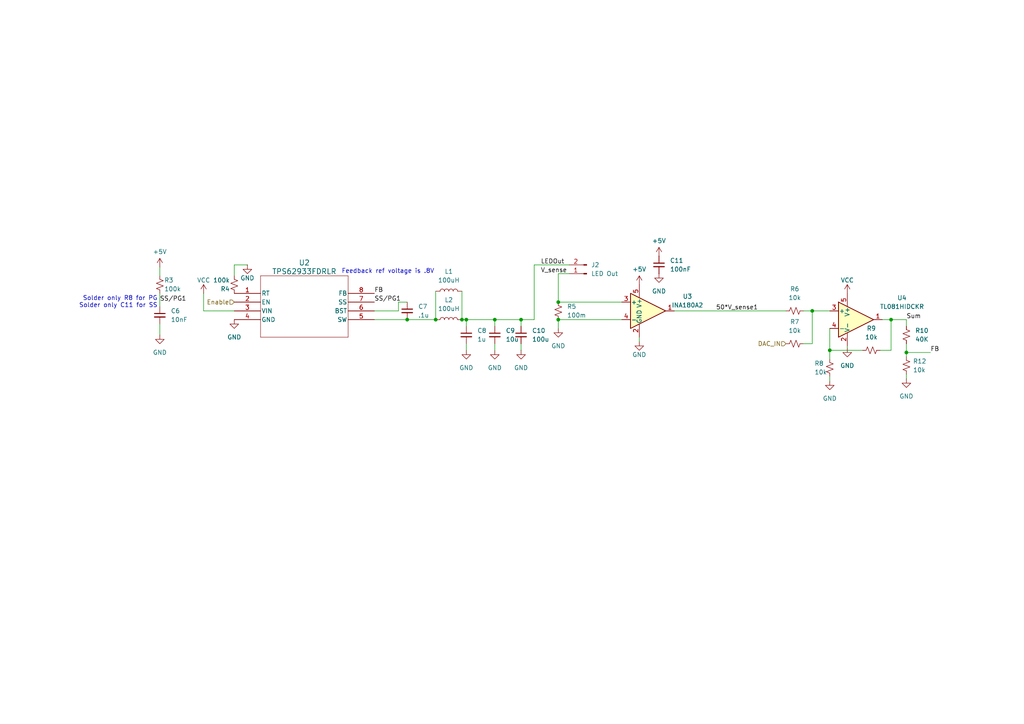
<source format=kicad_sch>
(kicad_sch (version 20231120) (generator "eeschema") (generator_version "8.0")
  (paper "A4")
  (lib_symbols
    (symbol "Amplifier_Current:INA180A2" (pin_names (offset 0.127))
      (property "Reference" "U" (at 3.81 3.81 0))
      (property "Value" "INA180A2" (at 3.81 -2.54 0))
      (symbol "INA180A2_0_1"
        (polyline (pts (xy 5.08 0) (xy -5.08 5.08) (xy -5.08 -5.08) (xy 5.08 0)) (stroke (width 0.254)) (fill (type background)))
      )
      (symbol "INA180A2_1_1"
        (pin output line (at 7.62 0 180) (length 2.54) (name "~") (number "1"))
        (pin power_in line (at -2.54 -7.62 90) (length 3.81) (name "GND") (number "2"))
        (pin input line (at -7.62 2.54 0) (length 2.54) (name "+") (number "3"))
        (pin input line (at -7.62 -2.54 0) (length 2.54) (name "-") (number "4"))
        (pin power_in line (at -2.54 7.62 270) (length 3.81) (name "V+") (number "5"))
      )
    )
    (symbol "Connector:Conn_01x02_Pin" (pin_names (offset 1.016) hide)
      (property "Reference" "J" (at 0 2.54 0))
      (property "Value" "Conn_01x02_Pin" (at 0 -5.08 0))
      (symbol "Conn_01x02_Pin_1_1"
        (polyline (pts (xy 1.27 -2.54) (xy 0.8636 -2.54)) (stroke (width 0.1524)))
        (polyline (pts (xy 1.27 0) (xy 0.8636 0)) (stroke (width 0.1524)))
        (rectangle (start 0.8636 -2.413) (end 0 -2.667) (stroke (width 0.1524)) (fill (type outline)))
        (rectangle (start 0.8636 0.127) (end 0 -0.127) (stroke (width 0.1524)) (fill (type outline)))
        (pin passive line (at 5.08 0 180) (length 3.81) (name "Pin_1") (number "1"))
        (pin passive line (at 5.08 -2.54 180) (length 3.81) (name "Pin_2") (number "2"))
      )
    )
    (symbol "CustomSymbols:TL081HIDCKR" (pin_names (offset 0.127))
      (property "Reference" "U" (at 0 5.08 0))
      (property "Value" "TL081HIDCKR" (at 0 -5.08 0))
      (symbol "TL081HIDCKR_0_1"
        (polyline (pts (xy -5.08 5.08) (xy 5.08 0) (xy -5.08 -5.08) (xy -5.08 5.08)) (stroke (width 0.254)) (fill (type background)))
        (pin power_in line (at -2.54 -7.62 90) (length 3.81) (name "V-") (number "2"))
        (pin power_in line (at -2.54 7.62 270) (length 3.81) (name "V+") (number "5"))
      )
      (symbol "TL081HIDCKR_1_1"
        (pin output line (at 7.62 0 180) (length 2.54) (name "") (number "1"))
        (pin input line (at -7.62 2.54 0) (length 2.54) (name "+") (number "3"))
        (pin input line (at -7.62 -2.54 0) (length 2.54) (name "-") (number "4"))
      )
    )
    (symbol "CustomSymbols:TPS62933FDRLR" (pin_names (offset 0.254))
      (property "Reference" "U" (at 20.32 10.16 0))
      (property "Value" "TPS62933FDRLR" (at 20.32 7.62 0))
      (symbol "TPS62933FDRLR_0_1"
        (polyline (pts (xy 7.62 -12.7) (xy 33.02 -12.7)) (stroke (width 0.127)))
        (polyline (pts (xy 7.62 5.08) (xy 7.62 -12.7)) (stroke (width 0.127)))
        (polyline (pts (xy 33.02 -12.7) (xy 33.02 5.08)) (stroke (width 0.127)))
        (polyline (pts (xy 33.02 5.08) (xy 7.62 5.08)) (stroke (width 0.127)))
        (pin unspecified line (at 0 0 0) (length 7.62) (name "RT") (number "1"))
        (pin unspecified line (at 0 -2.54 0) (length 7.62) (name "EN") (number "2"))
        (pin power_in line (at 0 -5.08 0) (length 7.62) (name "VIN") (number "3"))
        (pin power_out line (at 0 -7.62 0) (length 7.62) (name "GND") (number "4"))
        (pin power_in line (at 40.64 -7.62 180) (length 7.62) (name "SW") (number "5"))
        (pin power_in line (at 40.64 -5.08 180) (length 7.62) (name "BST") (number "6"))
        (pin unspecified line (at 40.64 -2.54 180) (length 7.62) (name "SS") (number "7"))
        (pin unspecified line (at 40.64 0 180) (length 7.62) (name "FB") (number "8"))
      )
    )
    (symbol "Device:C_Small" (pin_numbers hide) (pin_names (offset 0.254) hide)
      (property "Reference" "C" (at 0.254 1.778 0))
      (property "Value" "C_Small" (at 0.254 -2.032 0))
      (symbol "C_Small_0_1"
        (polyline (pts (xy -1.524 -0.508) (xy 1.524 -0.508)) (stroke (width 0.3302)))
        (polyline (pts (xy -1.524 0.508) (xy 1.524 0.508)) (stroke (width 0.3048)))
      )
      (symbol "C_Small_1_1"
        (pin passive line (at 0 2.54 270) (length 2.032) (name "~") (number "1"))
        (pin passive line (at 0 -2.54 90) (length 2.032) (name "~") (number "2"))
      )
    )
    (symbol "Device:L" (pin_numbers hide) (pin_names (offset 1.016) hide)
      (property "Reference" "L" (at -1.27 0 90))
      (property "Value" "L" (at 1.905 0 90))
      (symbol "L_0_1"
        (arc (start 0 -2.54) (mid 0.6323 -1.905) (end 0 -1.27))
        (arc (start 0 -1.27) (mid 0.6323 -0.635) (end 0 0))
        (arc (start 0 0) (mid 0.6323 0.635) (end 0 1.27))
        (arc (start 0 1.27) (mid 0.6323 1.905) (end 0 2.54))
      )
      (symbol "L_1_1"
        (pin passive line (at 0 3.81 270) (length 1.27) (name "1") (number "1"))
        (pin passive line (at 0 -3.81 90) (length 1.27) (name "2") (number "2"))
      )
    )
    (symbol "Device:R_Small_US" (pin_numbers hide) (pin_names (offset 0.254) hide)
      (property "Reference" "R" (at 0.762 0.508 0))
      (property "Value" "R_Small_US" (at 0.762 -1.016 0))
      (symbol "R_Small_US_1_1"
        (polyline (pts (xy 0 0) (xy 1.016 -0.381) (xy 0 -0.762) (xy -1.016 -1.143) (xy 0 -1.524)))
        (polyline (pts (xy 0 1.524) (xy 1.016 1.143) (xy 0 0.762) (xy -1.016 0.381) (xy 0 0)))
        (pin passive line (at 0 2.54 270) (length 1.016) (name "~") (number "1"))
        (pin passive line (at 0 -2.54 90) (length 1.016) (name "~") (number "2"))
      )
    )
    (symbol "power:+5V" (power) (pin_numbers hide) (pin_names (offset 0) hide)
      (property "Value" "+5V" (at 0 3.556 0))
      (symbol "+5V_0_1"
        (polyline (pts (xy -0.762 1.27) (xy 0 2.54)))
        (polyline (pts (xy 0 0) (xy 0 2.54)))
        (polyline (pts (xy 0 2.54) (xy 0.762 1.27)))
      )
      (symbol "+5V_1_1"
        (pin power_in line (at 0 0 90) (length 0) (name "~") (number "1"))
      )
    )
    (symbol "power:GND" (power) (pin_numbers hide) (pin_names (offset 0) hide)
      (property "Value" "GND" (at 0 -3.81 0))
      (symbol "GND_0_1"
        (polyline (pts (xy 0 0) (xy 0 -1.27) (xy 1.27 -1.27) (xy 0 -2.54) (xy -1.27 -1.27) (xy 0 -1.27)))
      )
      (symbol "GND_1_1"
        (pin power_in line (at 0 0 270) (length 0) (name "~") (number "1"))
      )
    )
    (symbol "power:VCC" (power) (pin_numbers hide) (pin_names (offset 0) hide)
      (property "Value" "VCC" (at 0 3.556 0))
      (symbol "VCC_0_1"
        (polyline (pts (xy -0.762 1.27) (xy 0 2.54)))
        (polyline (pts (xy 0 0) (xy 0 2.54)))
        (polyline (pts (xy 0 2.54) (xy 0.762 1.27)))
      )
      (symbol "VCC_1_1"
        (pin power_in line (at 0 0 90) (length 0) (name "~") (number "1"))
      )
    )
  )
  (junction (at 240.665 101.6))
  (junction (at 161.925 87.63))
  (junction (at 135.255 92.71))
  (junction (at 118.11 92.71))
  (junction (at 258.445 92.71))
  (junction (at 126.365 92.71))
  (junction (at 262.89 102.235))
  (junction (at 143.51 92.71))
  (junction (at 235.585 90.17))
  (junction (at 161.925 92.71))
  (junction (at 133.985 92.71))
  (junction (at 151.13 92.71))
  (wire (pts (xy 235.585 90.17) (xy 240.665 90.17)))
  (wire (pts (xy 46.355 85.09) (xy 46.355 88.9)))
  (wire (pts (xy 258.445 92.71) (xy 255.905 92.71)))
  (wire (pts (xy 262.89 109.855) (xy 262.89 108.585)))
  (wire (pts (xy 258.445 101.6) (xy 255.27 101.6)))
  (wire (pts (xy 133.985 84.455) (xy 133.985 92.71)))
  (wire (pts (xy 262.89 92.71) (xy 262.89 94.615)))
  (wire (pts (xy 115.57 87.63) (xy 118.11 87.63)))
  (wire (pts (xy 67.945 76.835) (xy 67.945 80.01)))
  (wire (pts (xy 143.51 94.615) (xy 143.51 92.71)))
  (wire (pts (xy 262.89 102.235) (xy 269.875 102.235)))
  (wire (pts (xy 161.925 95.25) (xy 161.925 92.71)))
  (wire (pts (xy 133.985 92.71) (xy 135.255 92.71)))
  (wire (pts (xy 195.58 90.17) (xy 227.965 90.17)))
  (wire (pts (xy 115.57 90.17) (xy 108.585 90.17)))
  (wire (pts (xy 240.665 101.6) (xy 240.665 104.14)))
  (wire (pts (xy 233.045 99.695) (xy 235.585 99.695)))
  (wire (pts (xy 135.255 101.6) (xy 135.255 99.695)))
  (wire (pts (xy 126.365 84.455) (xy 126.365 92.71)))
  (wire (pts (xy 185.42 99.06) (xy 185.42 97.79)))
  (wire (pts (xy 258.445 92.71) (xy 258.445 101.6)))
  (wire (pts (xy 161.925 79.375) (xy 165.1 79.375)))
  (wire (pts (xy 67.945 90.17) (xy 59.055 90.17)))
  (wire (pts (xy 46.355 77.47) (xy 46.355 80.01)))
  (wire (pts (xy 262.89 99.695) (xy 262.89 102.235)))
  (wire (pts (xy 151.13 94.615) (xy 151.13 92.71)))
  (wire (pts (xy 71.755 76.835) (xy 67.945 76.835)))
  (wire (pts (xy 154.94 76.835) (xy 165.1 76.835)))
  (wire (pts (xy 143.51 92.71) (xy 151.13 92.71)))
  (wire (pts (xy 161.925 92.71) (xy 180.34 92.71)))
  (wire (pts (xy 240.665 110.49) (xy 240.665 109.22)))
  (wire (pts (xy 46.355 93.98) (xy 46.355 97.155)))
  (wire (pts (xy 135.255 94.615) (xy 135.255 92.71)))
  (wire (pts (xy 161.925 87.63) (xy 180.34 87.63)))
  (wire (pts (xy 151.13 92.71) (xy 154.94 92.71)))
  (wire (pts (xy 235.585 99.695) (xy 235.585 90.17)))
  (wire (pts (xy 245.745 100.965) (xy 245.745 100.33)))
  (wire (pts (xy 108.585 92.71) (xy 118.11 92.71)))
  (wire (pts (xy 59.055 85.09) (xy 59.055 90.17)))
  (wire (pts (xy 118.11 92.71) (xy 126.365 92.71)))
  (wire (pts (xy 262.89 102.235) (xy 262.89 103.505)))
  (wire (pts (xy 135.255 92.71) (xy 143.51 92.71)))
  (wire (pts (xy 151.13 101.6) (xy 151.13 99.695)))
  (wire (pts (xy 115.57 87.63) (xy 115.57 90.17)))
  (wire (pts (xy 240.665 101.6) (xy 250.19 101.6)))
  (wire (pts (xy 143.51 101.6) (xy 143.51 99.695)))
  (wire (pts (xy 233.045 90.17) (xy 235.585 90.17)))
  (wire (pts (xy 154.94 76.835) (xy 154.94 92.71)))
  (wire (pts (xy 240.665 95.25) (xy 240.665 101.6)))
  (wire (pts (xy 258.445 92.71) (xy 262.89 92.71)))
  (wire (pts (xy 161.925 79.375) (xy 161.925 87.63)))
  (text "Feedback ref voltage is .8V" (at 99.06 78.74 0) (effects (font (size 1.27 1.27)) (justify left)))
  (text "Solder only R8 for PG\nSolder only C11 for SS" (at 45.72 87.63 0) (effects (font (size 1.27 1.27)) (justify right)))
  (label "FB" (at 108.585 85.09 0))
  (label "Sum" (at 262.89 92.71 0))
  (label "LEDOut" (at 156.845 76.835 0))
  (label "SS{slash}PG1" (at 108.585 87.63 0))
  (label "FB" (at 269.875 102.235 0))
  (label "50*V_sense1" (at 207.645 90.17 0))
  (label "V_sense" (at 164.465 79.375 180))
  (label "SS{slash}PG1" (at 46.355 87.63 0))
  (hierarchical_label "DAC_IN" (shape input) (at 227.965 99.695 180))
  (hierarchical_label "Enable" (shape input) (at 67.945 87.63 180))
  (symbol (lib_id "power:VCC") (at 59.055 85.09 0) (unit 1)
    (property "Reference" "#PWR012" (effects (hide yes)))
    (property "Value" "VCC" (at 59.055 81.28 0))
    (property "Description" "Power symbol creates a global label with name \"VCC\"" (effects (hide yes)))
    (instances (project "LightingBoard" (path "" (reference "#PWR012") (unit 1)) (path "" (reference "#PWR033") (unit 1)) (path "" (reference "#PWR064") (unit 1))))
  )
  (symbol (lib_id "Device:C_Small") (at 118.11 90.17 0) (unit 1)
    (property "Reference" "C7" (at 121.285 88.9063 0) (effects (justify left)))
    (property "Value" ".1u" (at 121.285 91.4463 0) (effects (justify left)))
    (property "Footprint" "Capacitor_SMD:C_0603_1608Metric" (effects (hide yes)))
    (property "Description" "Unpolarized capacitor, small symbol" (effects (hide yes)))
    (property "Cost" ".01" (effects (hide yes)))
    (instances (project "LightingBoard" (path "" (reference "C7") (unit 1)) (path "" (reference "C15") (unit 1)) (path "" (reference "C24") (unit 1))))
  )
  (symbol (lib_id "power:GND") (at 67.945 92.71 0) (unit 1)
    (property "Reference" "#PWR013" (effects (hide yes)))
    (property "Value" "GND" (at 67.945 97.79 0))
    (property "Description" "Power symbol creates a global label with name \"GND\" , ground" (effects (hide yes)))
    (instances (project "LightingBoard" (path "" (reference "#PWR013") (unit 1)) (path "" (reference "#PWR034") (unit 1)) (path "" (reference "#PWR065") (unit 1))))
  )
  (symbol (lib_id "power:VCC") (at 245.745 85.09 0) (unit 1)
    (property "Reference" "#PWR026" (effects (hide yes)))
    (property "Value" "VCC" (at 245.745 81.28 0))
    (property "Description" "Power symbol creates a global label with name \"VCC\"" (effects (hide yes)))
    (instances (project "LightingBoard" (path "" (reference "#PWR026") (unit 1)) (path "" (reference "#PWR057") (unit 1)) (path "" (reference "#PWR076") (unit 1))))
  )
  (symbol (lib_id "power:GND") (at 161.925 95.25 0) (unit 1)
    (property "Reference" "#PWR019" (effects (hide yes)))
    (property "Value" "GND" (at 161.925 100.33 0))
    (property "Description" "Power symbol creates a global label with name \"GND\" , ground" (effects (hide yes)))
    (instances (project "LightingBoard" (path "" (reference "#PWR019") (unit 1)) (path "" (reference "#PWR041") (unit 1)) (path "" (reference "#PWR070") (unit 1))))
  )
  (symbol (lib_id "Device:R_Small_US") (at 67.945 82.55 0) (unit 1)
    (property "Reference" "R4" (at 66.675 83.82 0) (effects (justify right)))
    (property "Value" "100k" (at 66.675 81.28 0) (effects (justify right)))
    (property "Footprint" "Resistor_SMD:R_0603_1608Metric" (effects (hide yes)))
    (property "Description" "Resistor, small US symbol" (effects (hide yes)))
    (property "Cost" ".005" (effects (hide yes)))
    (instances (project "LightingBoard" (path "" (reference "R4") (unit 1)) (path "" (reference "R14") (unit 1)) (path "" (reference "R26") (unit 1))))
  )
  (symbol (lib_id "Device:C_Small") (at 135.255 97.155 0) (unit 1)
    (property "Reference" "C8" (at 138.43 95.8913 0) (effects (justify left)))
    (property "Value" "1u" (at 138.43 98.4313 0) (effects (justify left)))
    (property "Footprint" "Capacitor_SMD:C_0805_2012Metric" (effects (hide yes)))
    (property "Description" "Unpolarized capacitor, small symbol" (effects (hide yes)))
    (property "Cost" ".01" (effects (hide yes)))
    (instances (project "LightingBoard" (path "" (reference "C8") (unit 1)) (path "" (reference "C16") (unit 1)) (path "" (reference "C27") (unit 1))))
  )
  (symbol (lib_id "power:GND") (at 262.89 109.855 0) (unit 1)
    (property "Reference" "#PWR029" (effects (hide yes)))
    (property "Value" "GND" (at 262.89 114.935 0))
    (property "Description" "Power symbol creates a global label with name \"GND\" , ground" (effects (hide yes)))
    (instances (project "LightingBoard" (path "" (reference "#PWR029") (unit 1)) (path "" (reference "#PWR061") (unit 1)) (path "" (reference "#PWR078") (unit 1))))
  )
  (symbol (lib_id "power:GND") (at 151.13 101.6 0) (unit 1)
    (property "Reference" "#PWR018" (effects (hide yes)))
    (property "Value" "GND" (at 151.13 106.68 0))
    (property "Description" "Power symbol creates a global label with name \"GND\" , ground" (effects (hide yes)))
    (instances (project "LightingBoard" (path "" (reference "#PWR018") (unit 1)) (path "" (reference "#PWR039") (unit 1)) (path "" (reference "#PWR069") (unit 1))))
  )
  (symbol (lib_id "power:+5V") (at 191.135 74.295 0) (unit 1)
    (property "Reference" "#PWR022" (effects (hide yes)))
    (property "Value" "+5V" (at 191.135 69.85 0))
    (property "Description" "Power symbol creates a global label with name \"+5V\"" (effects (hide yes)))
    (instances (project "LightingBoard" (path "" (reference "#PWR022") (unit 1)) (path "" (reference "#PWR044") (unit 1)) (path "" (reference "#PWR073") (unit 1))))
  )
  (symbol (lib_id "power:+5V") (at 46.355 77.47 0) (unit 1)
    (property "Reference" "#PWR04" (effects (hide yes)))
    (property "Value" "+5V" (at 46.355 73.025 0))
    (property "Description" "Power symbol creates a global label with name \"+5V\"" (effects (hide yes)))
    (instances (project "LightingBoard" (path "" (reference "#PWR04") (unit 1)) (path "" (reference "#PWR031") (unit 1)) (path "" (reference "#PWR062") (unit 1))))
  )
  (symbol (lib_id "Device:L") (at 130.175 84.455 90) (unit 1)
    (property "Reference" "L1" (at 130.175 78.74 90))
    (property "Value" "100uH" (at 130.175 81.28 90))
    (property "Footprint" "CustomFootprints:7447231101" (effects (hide yes)))
    (property "Description" "Inductor" (effects (hide yes)))
    (instances (project "LightingBoard" (path "" (reference "L1") (unit 1)) (path "" (reference "L3") (unit 1)) (path "" (reference "L5") (unit 1))))
  )
  (symbol (lib_id "Device:C_Small") (at 191.135 76.835 0) (unit 1)
    (property "Reference" "C11" (at 194.31 75.5713 0) (effects (justify left)))
    (property "Value" "100nF" (at 194.31 78.1113 0) (effects (justify left)))
    (property "Footprint" "Capacitor_SMD:C_0603_1608Metric" (effects (hide yes)))
    (property "Description" "Unpolarized capacitor, small symbol" (effects (hide yes)))
    (property "Cost" ".01" (effects (hide yes)))
    (instances (project "LightingBoard" (path "" (reference "C11") (unit 1)) (path "" (reference "C22") (unit 1)) (path "" (reference "C30") (unit 1))))
  )
  (symbol (lib_id "Device:R_Small_US") (at 240.665 106.68 180) (unit 1)
    (property "Reference" "R8" (at 236.22 105.41 0) (effects (justify right)))
    (property "Value" "10k" (at 236.22 107.95 0) (effects (justify right)))
    (property "Footprint" "Resistor_SMD:R_0603_1608Metric" (effects (hide yes)))
    (property "Description" "Resistor, small US symbol" (effects (hide yes)))
    (property "Cost" ".005" (effects (hide yes)))
    (instances (project "LightingBoard" (path "" (reference "R8") (unit 1)) (path "" (reference "R18") (unit 1)) (path "" (reference "R30") (unit 1))))
  )
  (symbol (lib_id "Device:R_Small_US") (at 262.89 97.155 180) (unit 1)
    (property "Reference" "R10" (at 265.43 95.8849 0) (effects (justify right)))
    (property "Value" "40K" (at 265.43 98.4249 0) (effects (justify right)))
    (property "Footprint" "Resistor_SMD:R_0603_1608Metric" (effects (hide yes)))
    (property "Description" "Resistor, small US symbol" (effects (hide yes)))
    (property "Cost" ".005" (effects (hide yes)))
    (instances (project "LightingBoard" (path "" (reference "R10") (unit 1)) (path "" (reference "R23") (unit 1)) (path "" (reference "R32") (unit 1))))
  )
  (symbol (lib_id "Device:C_Small") (at 143.51 97.155 0) (unit 1)
    (property "Reference" "C9" (at 146.685 95.8913 0) (effects (justify left)))
    (property "Value" "10u" (at 146.685 98.4313 0) (effects (justify left)))
    (property "Footprint" "Capacitor_SMD:C_0805_2012Metric" (effects (hide yes)))
    (property "Description" "Unpolarized capacitor, small symbol" (effects (hide yes)))
    (property "Cost" ".01" (effects (hide yes)))
    (instances (project "LightingBoard" (path "" (reference "C9") (unit 1)) (path "" (reference "C17") (unit 1)) (path "" (reference "C28") (unit 1))))
  )
  (symbol (lib_id "power:GND") (at 71.755 76.835 0) (unit 1)
    (property "Reference" "#PWR014" (effects (hide yes)))
    (property "Value" "GND" (at 71.755 80.645 0))
    (property "Description" "Power symbol creates a global label with name \"GND\" , ground" (effects (hide yes)))
    (instances (project "LightingBoard" (path "" (reference "#PWR014") (unit 1)) (path "" (reference "#PWR035") (unit 1)) (path "" (reference "#PWR066") (unit 1))))
  )
  (symbol (lib_id "Device:R_Small_US") (at 230.505 90.17 270) (unit 1)
    (property "Reference" "R6" (at 230.505 83.82 90))
    (property "Value" "10k" (at 230.505 86.36 90))
    (property "Footprint" "Resistor_SMD:R_0603_1608Metric" (effects (hide yes)))
    (property "Description" "Resistor, small US symbol" (effects (hide yes)))
    (property "Cost" ".005" (effects (hide yes)))
    (instances (project "LightingBoard" (path "" (reference "R6") (unit 1)) (path "" (reference "R16") (unit 1)) (path "" (reference "R28") (unit 1))))
  )
  (symbol (lib_id "Device:R_Small_US") (at 230.505 99.695 270) (unit 1)
    (property "Reference" "R7" (at 230.505 93.345 90))
    (property "Value" "10k" (at 230.505 95.885 90))
    (property "Footprint" "Resistor_SMD:R_0603_1608Metric" (effects (hide yes)))
    (property "Description" "Resistor, small US symbol" (effects (hide yes)))
    (property "Cost" ".005" (effects (hide yes)))
    (instances (project "LightingBoard" (path "" (reference "R7") (unit 1)) (path "" (reference "R17") (unit 1)) (path "" (reference "R29") (unit 1))))
  )
  (symbol (lib_id "power:GND") (at 46.355 97.155 0) (unit 1)
    (property "Reference" "#PWR011" (effects (hide yes)))
    (property "Value" "GND" (at 46.355 102.235 0))
    (property "Description" "Power symbol creates a global label with name \"GND\" , ground" (effects (hide yes)))
    (instances (project "LightingBoard" (path "" (reference "#PWR011") (unit 1)) (path "" (reference "#PWR032") (unit 1)) (path "" (reference "#PWR063") (unit 1))))
  )
  (symbol (lib_id "Device:R_Small_US") (at 262.89 106.045 180) (unit 1)
    (property "Reference" "R12" (at 264.795 104.775 0) (effects (justify right)))
    (property "Value" "10k" (at 264.795 107.315 0) (effects (justify right)))
    (property "Footprint" "Resistor_SMD:R_0603_1608Metric" (effects (hide yes)))
    (property "Description" "Resistor, small US symbol" (effects (hide yes)))
    (property "Cost" ".005" (effects (hide yes)))
    (instances (project "LightingBoard" (path "" (reference "R12") (unit 1)) (path "" (reference "R24") (unit 1)) (path "" (reference "R33") (unit 1))))
  )
  (symbol (lib_id "Connector:Conn_01x02_Pin") (at 170.18 79.375 180) (unit 1)
    (property "Reference" "J2" (at 171.45 76.835 0) (effects (justify right)))
    (property "Value" "LED Out" (at 171.45 79.375 0) (effects (justify right)))
    (property "Footprint" "Connector_PinSocket_2.54mm:PinSocket_1x02_P2.54mm_Vertical" (effects (hide yes)))
    (property "Description" "Generic connector, single row, 01x02, script generated" (effects (hide yes)))
    (instances (project "LightingBoard" (path "" (reference "J2") (unit 1)) (path "" (reference "J3") (unit 1)) (path "" (reference "J6") (unit 1))))
  )
  (symbol (lib_id "power:GND") (at 191.135 79.375 0) (unit 1)
    (property "Reference" "#PWR023" (effects (hide yes)))
    (property "Value" "GND" (at 191.135 84.455 0))
    (property "Description" "Power symbol creates a global label with name \"GND\" , ground" (effects (hide yes)))
    (instances (project "LightingBoard" (path "" (reference "#PWR023") (unit 1)) (path "" (reference "#PWR045") (unit 1)) (path "" (reference "#PWR074") (unit 1))))
  )
  (symbol (lib_id "CustomSymbols:TL081HIDCKR") (at 248.285 92.71 0) (unit 1)
    (property "Reference" "U4" (at 261.62 86.3914 0))
    (property "Value" "TL081HIDCKR" (at 261.62 88.9314 0))
    (property "Footprint" "Package_TO_SOT_SMD:SOT-353_SC-70-5" (effects (hide yes)))
    (property "Datasheet" "https://www.ti.com/lit/ds/symlink/tl081h.pdf" (effects (hide yes)))
    (property "Description" " Op Amps Single, 40-V, 5.25-MHz, 4-mV offset voltage, 20-V/us, In to V+ op amp" (effects (hide yes)))
    (instances (project "LightingBoard" (path "" (reference "U4") (unit 1)) (path "" (reference "U9") (unit 1)) (path "" (reference "U13") (unit 1))))
  )
  (symbol (lib_id "power:GND") (at 245.745 100.965 0) (unit 1)
    (property "Reference" "#PWR027" (effects (hide yes)))
    (property "Value" "GND" (at 245.745 106.045 0))
    (property "Description" "Power symbol creates a global label with name \"GND\" , ground" (effects (hide yes)))
    (instances (project "LightingBoard" (path "" (reference "#PWR027") (unit 1)) (path "" (reference "#PWR060") (unit 1)) (path "" (reference "#PWR077") (unit 1))))
  )
  (symbol (lib_id "Device:L") (at 130.175 92.71 90) (unit 1)
    (property "Reference" "L2" (at 130.175 86.995 90))
    (property "Value" "100uH" (at 130.175 89.535 90))
    (property "Footprint" "CustomFootprints:IND_BOURNS_SDR1307" (effects (hide yes)))
    (property "Description" "Inductor" (effects (hide yes)))
    (property "Cost" ".364" (effects (hide yes)))
    (instances (project "LightingBoard" (path "" (reference "L2") (unit 1)) (path "" (reference "L4") (unit 1)) (path "" (reference "L6") (unit 1))))
  )
  (symbol (lib_id "Device:C_Small") (at 151.13 97.155 0) (unit 1)
    (property "Reference" "C10" (at 154.305 95.8913 0) (effects (justify left)))
    (property "Value" "100u" (at 154.305 98.4313 0) (effects (justify left)))
    (property "Footprint" "Capacitor_SMD:CP_Elec_6.3x7.7" (effects (hide yes)))
    (property "Description" "Unpolarized capacitor, small symbol" (effects (hide yes)))
    (property "Cost" ".183" (effects (hide yes)))
    (instances (project "LightingBoard" (path "" (reference "C10") (unit 1)) (path "" (reference "C21") (unit 1)) (path "" (reference "C29") (unit 1))))
  )
  (symbol (lib_id "Amplifier_Current:INA180A2") (at 187.96 90.17 0) (unit 1)
    (property "Reference" "U3" (at 199.39 85.9791 0))
    (property "Value" "INA180A2" (at 199.39 88.5191 0))
    (property "Footprint" "Package_TO_SOT_SMD:SOT-23-5" (effects (hide yes)))
    (property "Datasheet" "http://www.ti.com/lit/ds/symlink/ina180.pdf" (effects (hide yes)))
    (property "Description" "Current Sense Amplifier, 1 Circuit, Rail-to-Rail, 26V, Gain 50 V/V, SOT-23-5" (effects (hide yes)))
    (property "Cost" ".131" (effects (hide yes)))
    (instances (project "LightingBoard" (path "" (reference "U3") (unit 1)) (path "" (reference "U8") (unit 1)) (path "" (reference "U12") (unit 1))))
  )
  (symbol (lib_id "power:GND") (at 185.42 99.06 0) (unit 1)
    (property "Reference" "#PWR021" (effects (hide yes)))
    (property "Value" "GND" (at 185.42 102.87 0))
    (property "Description" "Power symbol creates a global label with name \"GND\" , ground" (effects (hide yes)))
    (instances (project "LightingBoard" (path "" (reference "#PWR021") (unit 1)) (path "" (reference "#PWR043") (unit 1)) (path "" (reference "#PWR072") (unit 1))))
  )
  (symbol (lib_id "power:GND") (at 240.665 110.49 0) (unit 1)
    (property "Reference" "#PWR024" (effects (hide yes)))
    (property "Value" "GND" (at 240.665 115.57 0))
    (property "Description" "Power symbol creates a global label with name \"GND\" , ground" (effects (hide yes)))
    (instances (project "LightingBoard" (path "" (reference "#PWR024") (unit 1)) (path "" (reference "#PWR055") (unit 1)) (path "" (reference "#PWR075") (unit 1))))
  )
  (symbol (lib_id "Device:R_Small_US") (at 161.925 90.17 0) (unit 1)
    (property "Reference" "R5" (at 164.465 88.9 0) (effects (justify left)))
    (property "Value" "100m" (at 164.465 91.44 0) (effects (justify left)))
    (property "Footprint" "Resistor_SMD:R_1206_3216Metric" (effects (hide yes)))
    (property "Description" "Resistor, small US symbol" (effects (hide yes)))
    (property "Cost" ".052" (effects (hide yes)))
    (instances (project "LightingBoard" (path "" (reference "R5") (unit 1)) (path "" (reference "R15") (unit 1)) (path "" (reference "R27") (unit 1))))
  )
  (symbol (lib_id "Device:R_Small_US") (at 252.73 101.6 270) (unit 1)
    (property "Reference" "R9" (at 252.73 95.25 90))
    (property "Value" "10k" (at 252.73 97.79 90))
    (property "Footprint" "Resistor_SMD:R_0603_1608Metric" (effects (hide yes)))
    (property "Description" "Resistor, small US symbol" (effects (hide yes)))
    (property "Cost" ".005" (effects (hide yes)))
    (instances (project "LightingBoard" (path "" (reference "R9") (unit 1)) (path "" (reference "R19") (unit 1)) (path "" (reference "R31") (unit 1))))
  )
  (symbol (lib_id "power:GND") (at 143.51 101.6 0) (unit 1)
    (property "Reference" "#PWR016" (effects (hide yes)))
    (property "Value" "GND" (at 143.51 106.68 0))
    (property "Description" "Power symbol creates a global label with name \"GND\" , ground" (effects (hide yes)))
    (instances (project "LightingBoard" (path "" (reference "#PWR016") (unit 1)) (path "" (reference "#PWR037") (unit 1)) (path "" (reference "#PWR068") (unit 1))))
  )
  (symbol (lib_id "power:+5V") (at 185.42 82.55 0) (unit 1)
    (property "Reference" "#PWR020" (effects (hide yes)))
    (property "Value" "+5V" (at 185.42 78.105 0))
    (property "Description" "Power symbol creates a global label with name \"+5V\"" (effects (hide yes)))
    (instances (project "LightingBoard" (path "" (reference "#PWR020") (unit 1)) (path "" (reference "#PWR042") (unit 1)) (path "" (reference "#PWR071") (unit 1))))
  )
  (symbol (lib_id "Device:C_Small") (at 46.355 91.44 0) (unit 1)
    (property "Reference" "C6" (at 49.53 90.1762 0) (effects (justify left)))
    (property "Value" "10nF" (at 49.53 92.7162 0) (effects (justify left)))
    (property "Footprint" "Capacitor_SMD:C_0603_1608Metric" (effects (hide yes)))
    (property "Description" "Unpolarized capacitor, small symbol" (effects (hide yes)))
    (property "Cost" ".01" (effects (hide yes)))
    (instances (project "LightingBoard" (path "" (reference "C6") (unit 1)) (path "" (reference "C14") (unit 1)) (path "" (reference "C23") (unit 1))))
  )
  (symbol (lib_id "Device:R_Small_US") (at 46.355 82.55 180) (unit 1)
    (property "Reference" "R3" (at 47.625 81.28 0) (effects (justify right)))
    (property "Value" "100k" (at 47.625 83.82 0) (effects (justify right)))
    (property "Footprint" "Resistor_SMD:R_0603_1608Metric" (effects (hide yes)))
    (property "Description" "Resistor, small US symbol" (effects (hide yes)))
    (property "Cost" ".005" (effects (hide yes)))
    (instances (project "LightingBoard" (path "" (reference "R3") (unit 1)) (path "" (reference "R13") (unit 1)) (path "" (reference "R25") (unit 1))))
  )
  (symbol (lib_id "CustomSymbols:TPS62933FDRLR") (at 67.945 85.09 0) (unit 1)
    (property "Reference" "U2" (at 88.265 76.2 0) (effects (font (size 1.524 1.524))))
    (property "Value" "TPS62933FDRLR" (at 88.265 78.74 0) (effects (font (size 1.524 1.524))))
    (property "Footprint" "Package_TO_SOT_SMD:SOT-583-8" (effects (hide yes)))
    (property "Datasheet" "TPS62933FDRLR" (effects (hide yes)))
    (instances (project "LightingBoard" (path "" (reference "U2") (unit 1)) (path "" (reference "U7") (unit 1)) (path "" (reference "U11") (unit 1))))
  )
  (symbol (lib_id "power:GND") (at 135.255 101.6 0) (unit 1)
    (property "Reference" "#PWR015" (effects (hide yes)))
    (property "Value" "GND" (at 135.255 106.68 0))
    (property "Description" "Power symbol creates a global label with name \"GND\" , ground" (effects (hide yes)))
    (instances (project "LightingBoard" (path "" (reference "#PWR015") (unit 1)) (path "" (reference "#PWR036") (unit 1)) (path "" (reference "#PWR067") (unit 1))))
  )
)
</source>
